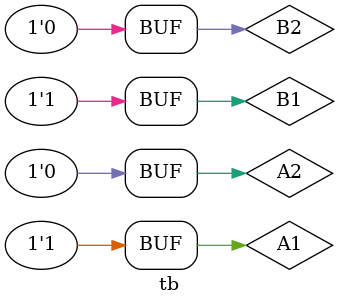
<source format=v>
`timescale 1ns / 1ps


module tb();

    reg A1, A2, B1, B2;
    
    wire [6:0] seg;
    
    TopMod top(
    .A1(A1),
    .A2(A2),
    .B2(B2),
    .B1(B1),
    .seg(seg)
    );
    
    initial
    begin
    
    #5 A1 = 1'b0; A2 = 1'b0; B1 = 1'b0; B2 = 1'b0; 
    #5 A1 = 1'b1; A2 = 1'b0; B1 = 1'b1; B2 = 1'b0; 
    #5 A1 = 1'b0; A2 = 1'b1; B1 = 1'b0; B2 = 1'b1; 
    #5 A1 = 1'b0; A2 = 1'b0; B1 = 1'b0; B2 = 1'b0; 
    #5 A1 = 1'b1; A2 = 1'b1; B1 = 1'b1; B2 = 1'b1; 
    #5 A1 = 1'b1; A2 = 1'b0; B1 = 1'b0; B2 = 1'b0; 
    #5 A1 = 1'b0; A2 = 1'b0; B1 = 1'b0; B2 = 1'b1; 
    #5 A1 = 1'b1; A2 = 1'b0; B1 = 1'b1; B2 = 1'b0; 
    
    end

endmodule

</source>
